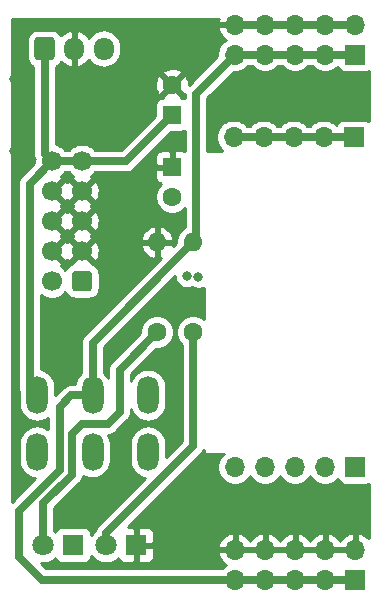
<source format=gbr>
%TF.GenerationSoftware,KiCad,Pcbnew,5.1.9+dfsg1-1~bpo10+1*%
%TF.CreationDate,2022-02-19T16:25:08+08:00*%
%TF.ProjectId,euro2breadboard,6575726f-3262-4726-9561-64626f617264,rev?*%
%TF.SameCoordinates,Original*%
%TF.FileFunction,Copper,L1,Top*%
%TF.FilePolarity,Positive*%
%FSLAX46Y46*%
G04 Gerber Fmt 4.6, Leading zero omitted, Abs format (unit mm)*
G04 Created by KiCad (PCBNEW 5.1.9+dfsg1-1~bpo10+1) date 2022-02-19 16:25:08*
%MOMM*%
%LPD*%
G01*
G04 APERTURE LIST*
%TA.AperFunction,ComponentPad*%
%ADD10C,1.600000*%
%TD*%
%TA.AperFunction,ComponentPad*%
%ADD11R,1.600000X1.600000*%
%TD*%
%TA.AperFunction,ComponentPad*%
%ADD12C,1.700000*%
%TD*%
%TA.AperFunction,ComponentPad*%
%ADD13R,1.700000X1.700000*%
%TD*%
%TA.AperFunction,ComponentPad*%
%ADD14O,1.700000X1.700000*%
%TD*%
%TA.AperFunction,ComponentPad*%
%ADD15O,1.700000X1.950000*%
%TD*%
%TA.AperFunction,ComponentPad*%
%ADD16C,1.800000*%
%TD*%
%TA.AperFunction,ComponentPad*%
%ADD17R,1.800000X1.800000*%
%TD*%
%TA.AperFunction,ComponentPad*%
%ADD18O,1.600000X1.600000*%
%TD*%
%TA.AperFunction,ComponentPad*%
%ADD19O,1.800000X3.200000*%
%TD*%
%TA.AperFunction,ViaPad*%
%ADD20C,0.800000*%
%TD*%
%TA.AperFunction,Conductor*%
%ADD21C,0.650000*%
%TD*%
%TA.AperFunction,Conductor*%
%ADD22C,0.254000*%
%TD*%
%TA.AperFunction,Conductor*%
%ADD23C,0.100000*%
%TD*%
G04 APERTURE END LIST*
D10*
%TO.P,C1,2*%
%TO.N,GND*%
X82931000Y-46395000D03*
D11*
%TO.P,C1,1*%
%TO.N,+12V*%
X82931000Y-48895000D03*
%TD*%
%TO.P,C2,1*%
%TO.N,GND*%
X82931000Y-53340000D03*
D10*
%TO.P,C2,2*%
%TO.N,-12V*%
X82931000Y-55840000D03*
%TD*%
%TO.P,J2,1*%
%TO.N,-12V*%
%TA.AperFunction,ComponentPad*%
G36*
G01*
X76161000Y-62392000D02*
X76161000Y-63592000D01*
G75*
G02*
X75911000Y-63842000I-250000J0D01*
G01*
X74711000Y-63842000D01*
G75*
G02*
X74461000Y-63592000I0J250000D01*
G01*
X74461000Y-62392000D01*
G75*
G02*
X74711000Y-62142000I250000J0D01*
G01*
X75911000Y-62142000D01*
G75*
G02*
X76161000Y-62392000I0J-250000D01*
G01*
G37*
%TD.AperFunction*%
D12*
%TO.P,J2,3*%
%TO.N,GND*%
X75311000Y-60452000D03*
%TO.P,J2,5*%
X75311000Y-57912000D03*
%TO.P,J2,7*%
X75311000Y-55372000D03*
%TO.P,J2,9*%
%TO.N,+12V*%
X75311000Y-52832000D03*
%TO.P,J2,2*%
%TO.N,-12V*%
X72771000Y-62992000D03*
%TO.P,J2,4*%
%TO.N,GND*%
X72771000Y-60452000D03*
%TO.P,J2,6*%
X72771000Y-57912000D03*
%TO.P,J2,8*%
X72771000Y-55372000D03*
%TO.P,J2,10*%
%TO.N,+12V*%
X72771000Y-52832000D03*
%TD*%
D13*
%TO.P,BB_POWER_PINS1,1*%
%TO.N,Net-(BB_POWER_PINS1-Pad1)*%
X98425000Y-88265000D03*
D14*
%TO.P,BB_POWER_PINS1,2*%
%TO.N,GND*%
X98425000Y-85725000D03*
%TO.P,BB_POWER_PINS1,3*%
%TO.N,Net-(BB_POWER_PINS1-Pad1)*%
X95885000Y-88265000D03*
%TO.P,BB_POWER_PINS1,4*%
%TO.N,GND*%
X95885000Y-85725000D03*
%TO.P,BB_POWER_PINS1,5*%
%TO.N,Net-(BB_POWER_PINS1-Pad1)*%
X93345000Y-88265000D03*
%TO.P,BB_POWER_PINS1,6*%
%TO.N,GND*%
X93345000Y-85725000D03*
%TO.P,BB_POWER_PINS1,7*%
%TO.N,Net-(BB_POWER_PINS1-Pad1)*%
X90805000Y-88265000D03*
%TO.P,BB_POWER_PINS1,8*%
%TO.N,GND*%
X90805000Y-85725000D03*
%TO.P,BB_POWER_PINS1,9*%
%TO.N,Net-(BB_POWER_PINS1-Pad1)*%
X88265000Y-88265000D03*
%TO.P,BB_POWER_PINS1,10*%
%TO.N,GND*%
X88265000Y-85725000D03*
%TD*%
%TO.P,BB_POWER_PINS2,10*%
%TO.N,GND*%
X88265000Y-41275000D03*
%TO.P,BB_POWER_PINS2,9*%
%TO.N,Net-(BB_POWER_PINS1-Pad1)*%
X88265000Y-43815000D03*
%TO.P,BB_POWER_PINS2,8*%
%TO.N,GND*%
X90805000Y-41275000D03*
%TO.P,BB_POWER_PINS2,7*%
%TO.N,Net-(BB_POWER_PINS1-Pad1)*%
X90805000Y-43815000D03*
%TO.P,BB_POWER_PINS2,6*%
%TO.N,GND*%
X93345000Y-41275000D03*
%TO.P,BB_POWER_PINS2,5*%
%TO.N,Net-(BB_POWER_PINS1-Pad1)*%
X93345000Y-43815000D03*
%TO.P,BB_POWER_PINS2,4*%
%TO.N,GND*%
X95885000Y-41275000D03*
%TO.P,BB_POWER_PINS2,3*%
%TO.N,Net-(BB_POWER_PINS1-Pad1)*%
X95885000Y-43815000D03*
%TO.P,BB_POWER_PINS2,2*%
%TO.N,GND*%
X98425000Y-41275000D03*
D13*
%TO.P,BB_POWER_PINS2,1*%
%TO.N,Net-(BB_POWER_PINS1-Pad1)*%
X98425000Y-43815000D03*
%TD*%
%TO.P,J1,1*%
%TO.N,+12V*%
%TA.AperFunction,ComponentPad*%
G36*
G01*
X71286000Y-44032000D02*
X71286000Y-42582000D01*
G75*
G02*
X71536000Y-42332000I250000J0D01*
G01*
X72736000Y-42332000D01*
G75*
G02*
X72986000Y-42582000I0J-250000D01*
G01*
X72986000Y-44032000D01*
G75*
G02*
X72736000Y-44282000I-250000J0D01*
G01*
X71536000Y-44282000D01*
G75*
G02*
X71286000Y-44032000I0J250000D01*
G01*
G37*
%TD.AperFunction*%
D15*
%TO.P,J1,2*%
%TO.N,GND*%
X74636000Y-43307000D03*
%TO.P,J1,3*%
%TO.N,-12V*%
X77136000Y-43307000D03*
%TD*%
D13*
%TO.P,NEG_12V_PINS1,1*%
%TO.N,Net-(NEG_12V_LED1-Pad1)*%
X98298000Y-50800000D03*
D14*
%TO.P,NEG_12V_PINS1,2*%
X95758000Y-50800000D03*
%TO.P,NEG_12V_PINS1,3*%
X93218000Y-50800000D03*
%TO.P,NEG_12V_PINS1,4*%
X90678000Y-50800000D03*
%TO.P,NEG_12V_PINS1,5*%
X88138000Y-50800000D03*
%TD*%
%TO.P,NEG_12V_PINS2,5*%
%TO.N,Net-(NEG_12V_LED1-Pad1)*%
X88265000Y-78740000D03*
%TO.P,NEG_12V_PINS2,4*%
X90805000Y-78740000D03*
%TO.P,NEG_12V_PINS2,3*%
X93345000Y-78740000D03*
%TO.P,NEG_12V_PINS2,2*%
X95885000Y-78740000D03*
D13*
%TO.P,NEG_12V_PINS2,1*%
X98425000Y-78740000D03*
%TD*%
D16*
%TO.P,-12V,2*%
%TO.N,Net-(NEG_12V_LED1-Pad2)*%
X72009000Y-85344000D03*
D17*
%TO.P,-12V,1*%
%TO.N,Net-(NEG_12V_LED1-Pad1)*%
X74549000Y-85344000D03*
%TD*%
%TO.P,+12V,1*%
%TO.N,GND*%
X79883000Y-85344000D03*
D16*
%TO.P,+12V,2*%
%TO.N,Net-(POS_12V_LED1-Pad2)*%
X77343000Y-85344000D03*
%TD*%
D18*
%TO.P,R1,2*%
%TO.N,Net-(BB_POWER_PINS1-Pad1)*%
X84709000Y-59690000D03*
D10*
%TO.P,R1,1*%
%TO.N,Net-(POS_12V_LED1-Pad2)*%
X84709000Y-67310000D03*
%TD*%
%TO.P,R2,1*%
%TO.N,Net-(NEG_12V_LED1-Pad2)*%
X81661000Y-67310000D03*
D18*
%TO.P,R2,2*%
%TO.N,GND*%
X81661000Y-59690000D03*
%TD*%
D19*
%TO.P,SW1,2*%
%TO.N,Net-(BB_POWER_PINS1-Pad1)*%
X76200000Y-72657000D03*
%TO.P,SW1,1*%
%TO.N,N/C*%
X80900000Y-72657000D03*
%TO.P,SW1,3*%
%TO.N,+12V*%
X71500000Y-72657000D03*
%TO.P,SW1,5*%
%TO.N,Net-(NEG_12V_LED1-Pad1)*%
X76200000Y-77457000D03*
%TO.P,SW1,4*%
%TO.N,N/C*%
X80900000Y-77457000D03*
%TO.P,SW1,6*%
%TO.N,-12V*%
X71500000Y-77457000D03*
%TD*%
D20*
%TO.N,*%
X85153500Y-62611000D03*
X84201000Y-62547500D03*
%TO.N,GND*%
X90170000Y-81026000D03*
X88646000Y-82296000D03*
X93599000Y-82296000D03*
X94615000Y-81915000D03*
X97155000Y-81407000D03*
X98806000Y-82423000D03*
X78613000Y-54864000D03*
X88392000Y-46482000D03*
X88138000Y-48006000D03*
X91694000Y-47117000D03*
X93218000Y-48133000D03*
X97028000Y-47244000D03*
X98425000Y-48514000D03*
X83820000Y-86296500D03*
X75247500Y-65087500D03*
X75311000Y-66611500D03*
X77978000Y-62928500D03*
X78041500Y-63817500D03*
X80264000Y-61912500D03*
X81343500Y-65024000D03*
X79565500Y-67183000D03*
X78803500Y-75755500D03*
X78359000Y-77089000D03*
X69977000Y-80073500D03*
X85217000Y-81978500D03*
X82804000Y-82677000D03*
X84201000Y-83439000D03*
X82232500Y-84899500D03*
X81851500Y-87058500D03*
X75628500Y-45593000D03*
X74422000Y-46037500D03*
X75311000Y-48006000D03*
X74231500Y-49085500D03*
X76073000Y-50927000D03*
X73660000Y-50482500D03*
X69532500Y-45910500D03*
X70548500Y-46672500D03*
X70421500Y-50101500D03*
X69532500Y-51943000D03*
X81216500Y-41338500D03*
X81216500Y-42418000D03*
X84391500Y-41529000D03*
X83375500Y-43243500D03*
X85725000Y-43434000D03*
X78105000Y-56324500D03*
X78359000Y-57912000D03*
X79248000Y-48958500D03*
%TD*%
D21*
%TO.N,GND*%
X88265000Y-41275000D02*
X98425000Y-41275000D01*
%TO.N,+12V*%
X72771000Y-52832000D02*
X75311000Y-52832000D01*
X78994000Y-52832000D02*
X82931000Y-48895000D01*
X75311000Y-52832000D02*
X78994000Y-52832000D01*
X72136000Y-52197000D02*
X72771000Y-52832000D01*
X72136000Y-43307000D02*
X72136000Y-52197000D01*
X70866000Y-54737000D02*
X72771000Y-52832000D01*
X71500000Y-72657000D02*
X70866000Y-72023000D01*
X70866000Y-72023000D02*
X70866000Y-54737000D01*
%TO.N,Net-(BB_POWER_PINS1-Pad1)*%
X98425000Y-43815000D02*
X88265000Y-43815000D01*
X84963000Y-59436000D02*
X84709000Y-59690000D01*
X88265000Y-43815000D02*
X84963000Y-47117000D01*
X84963000Y-47117000D02*
X84963000Y-59436000D01*
X76200000Y-68199000D02*
X84709000Y-59690000D01*
X76200000Y-72657000D02*
X76200000Y-68199000D01*
X88265000Y-88265000D02*
X98425000Y-88265000D01*
X84935002Y-88265000D02*
X88265000Y-88265000D01*
X71882000Y-88265000D02*
X84935002Y-88265000D01*
X74409000Y-72657000D02*
X73406000Y-73660000D01*
X76200000Y-72657000D02*
X74409000Y-72657000D01*
X69977000Y-82423000D02*
X69977000Y-86360000D01*
X73406000Y-73660000D02*
X73406000Y-78994000D01*
X73406000Y-78994000D02*
X69977000Y-82423000D01*
X69977000Y-86360000D02*
X71882000Y-88265000D01*
%TO.N,Net-(NEG_12V_LED1-Pad2)*%
X78486000Y-70485000D02*
X81661000Y-67310000D01*
X78486000Y-74041000D02*
X78486000Y-70485000D01*
X75311000Y-75057000D02*
X77470000Y-75057000D01*
X72009000Y-81788000D02*
X74422000Y-79375000D01*
X72009000Y-85344000D02*
X72009000Y-81788000D01*
X74422000Y-75946000D02*
X75311000Y-75057000D01*
X74422000Y-79375000D02*
X74422000Y-75946000D01*
X77470000Y-75057000D02*
X78486000Y-74041000D01*
%TO.N,Net-(NEG_12V_LED1-Pad1)*%
X88138000Y-50800000D02*
X98298000Y-50800000D01*
%TO.N,Net-(POS_12V_LED1-Pad2)*%
X77343000Y-84328000D02*
X77343000Y-85344000D01*
X84709000Y-67310000D02*
X84709000Y-76962000D01*
X84709000Y-76962000D02*
X77343000Y-84328000D01*
%TD*%
D22*
%TO.N,GND*%
X85598000Y-77470000D02*
X85600440Y-77494776D01*
X85607667Y-77518601D01*
X85619403Y-77540557D01*
X85635197Y-77559803D01*
X85654443Y-77575597D01*
X85676399Y-77587333D01*
X85700224Y-77594560D01*
X85725000Y-77597000D01*
X87307893Y-77597000D01*
X87111525Y-77793368D01*
X86949010Y-78036589D01*
X86837068Y-78306842D01*
X86780000Y-78593740D01*
X86780000Y-78886260D01*
X86837068Y-79173158D01*
X86949010Y-79443411D01*
X87111525Y-79686632D01*
X87318368Y-79893475D01*
X87561589Y-80055990D01*
X87831842Y-80167932D01*
X88118740Y-80225000D01*
X88411260Y-80225000D01*
X88698158Y-80167932D01*
X88968411Y-80055990D01*
X89211632Y-79893475D01*
X89418475Y-79686632D01*
X89535000Y-79512240D01*
X89651525Y-79686632D01*
X89858368Y-79893475D01*
X90101589Y-80055990D01*
X90371842Y-80167932D01*
X90658740Y-80225000D01*
X90951260Y-80225000D01*
X91238158Y-80167932D01*
X91508411Y-80055990D01*
X91751632Y-79893475D01*
X91958475Y-79686632D01*
X92075000Y-79512240D01*
X92191525Y-79686632D01*
X92398368Y-79893475D01*
X92641589Y-80055990D01*
X92911842Y-80167932D01*
X93198740Y-80225000D01*
X93491260Y-80225000D01*
X93778158Y-80167932D01*
X94048411Y-80055990D01*
X94291632Y-79893475D01*
X94498475Y-79686632D01*
X94615000Y-79512240D01*
X94731525Y-79686632D01*
X94938368Y-79893475D01*
X95181589Y-80055990D01*
X95451842Y-80167932D01*
X95738740Y-80225000D01*
X96031260Y-80225000D01*
X96318158Y-80167932D01*
X96588411Y-80055990D01*
X96831632Y-79893475D01*
X96963487Y-79761620D01*
X96985498Y-79834180D01*
X97044463Y-79944494D01*
X97123815Y-80041185D01*
X97220506Y-80120537D01*
X97330820Y-80179502D01*
X97450518Y-80215812D01*
X97575000Y-80228072D01*
X99275000Y-80228072D01*
X99399482Y-80215812D01*
X99519180Y-80179502D01*
X99568000Y-80153407D01*
X99568000Y-84785758D01*
X99425269Y-84627412D01*
X99191920Y-84453359D01*
X98929099Y-84328175D01*
X98781890Y-84283524D01*
X98552000Y-84404845D01*
X98552000Y-85598000D01*
X98572000Y-85598000D01*
X98572000Y-85852000D01*
X98552000Y-85852000D01*
X98552000Y-85872000D01*
X98298000Y-85872000D01*
X98298000Y-85852000D01*
X96012000Y-85852000D01*
X96012000Y-85872000D01*
X95758000Y-85872000D01*
X95758000Y-85852000D01*
X93472000Y-85852000D01*
X93472000Y-85872000D01*
X93218000Y-85872000D01*
X93218000Y-85852000D01*
X90932000Y-85852000D01*
X90932000Y-85872000D01*
X90678000Y-85872000D01*
X90678000Y-85852000D01*
X88392000Y-85852000D01*
X88392000Y-85872000D01*
X88138000Y-85872000D01*
X88138000Y-85852000D01*
X86944186Y-85852000D01*
X86823519Y-86081891D01*
X86920843Y-86356252D01*
X87069822Y-86606355D01*
X87264731Y-86822588D01*
X87494406Y-86993900D01*
X87318368Y-87111525D01*
X87124893Y-87305000D01*
X72279645Y-87305000D01*
X71852609Y-86877964D01*
X71857816Y-86879000D01*
X72160184Y-86879000D01*
X72456743Y-86820011D01*
X72736095Y-86704299D01*
X72987505Y-86536312D01*
X73053944Y-86469873D01*
X73059498Y-86488180D01*
X73118463Y-86598494D01*
X73197815Y-86695185D01*
X73294506Y-86774537D01*
X73404820Y-86833502D01*
X73524518Y-86869812D01*
X73649000Y-86882072D01*
X75449000Y-86882072D01*
X75573482Y-86869812D01*
X75693180Y-86833502D01*
X75803494Y-86774537D01*
X75900185Y-86695185D01*
X75979537Y-86598494D01*
X76038502Y-86488180D01*
X76074812Y-86368482D01*
X76087072Y-86244000D01*
X76087072Y-86227297D01*
X76150688Y-86322505D01*
X76364495Y-86536312D01*
X76615905Y-86704299D01*
X76895257Y-86820011D01*
X77191816Y-86879000D01*
X77494184Y-86879000D01*
X77790743Y-86820011D01*
X78070095Y-86704299D01*
X78321505Y-86536312D01*
X78387944Y-86469873D01*
X78393498Y-86488180D01*
X78452463Y-86598494D01*
X78531815Y-86695185D01*
X78628506Y-86774537D01*
X78738820Y-86833502D01*
X78858518Y-86869812D01*
X78983000Y-86882072D01*
X79597250Y-86879000D01*
X79756000Y-86720250D01*
X79756000Y-85471000D01*
X80010000Y-85471000D01*
X80010000Y-86720250D01*
X80168750Y-86879000D01*
X80783000Y-86882072D01*
X80907482Y-86869812D01*
X81027180Y-86833502D01*
X81137494Y-86774537D01*
X81234185Y-86695185D01*
X81313537Y-86598494D01*
X81372502Y-86488180D01*
X81408812Y-86368482D01*
X81421072Y-86244000D01*
X81418000Y-85629750D01*
X81259250Y-85471000D01*
X80010000Y-85471000D01*
X79756000Y-85471000D01*
X79736000Y-85471000D01*
X79736000Y-85368109D01*
X86823519Y-85368109D01*
X86944186Y-85598000D01*
X88138000Y-85598000D01*
X88138000Y-84404845D01*
X88392000Y-84404845D01*
X88392000Y-85598000D01*
X90678000Y-85598000D01*
X90678000Y-84404845D01*
X90932000Y-84404845D01*
X90932000Y-85598000D01*
X93218000Y-85598000D01*
X93218000Y-84404845D01*
X93472000Y-84404845D01*
X93472000Y-85598000D01*
X95758000Y-85598000D01*
X95758000Y-84404845D01*
X96012000Y-84404845D01*
X96012000Y-85598000D01*
X98298000Y-85598000D01*
X98298000Y-84404845D01*
X98068110Y-84283524D01*
X97920901Y-84328175D01*
X97658080Y-84453359D01*
X97424731Y-84627412D01*
X97229822Y-84843645D01*
X97155000Y-84969255D01*
X97080178Y-84843645D01*
X96885269Y-84627412D01*
X96651920Y-84453359D01*
X96389099Y-84328175D01*
X96241890Y-84283524D01*
X96012000Y-84404845D01*
X95758000Y-84404845D01*
X95528110Y-84283524D01*
X95380901Y-84328175D01*
X95118080Y-84453359D01*
X94884731Y-84627412D01*
X94689822Y-84843645D01*
X94615000Y-84969255D01*
X94540178Y-84843645D01*
X94345269Y-84627412D01*
X94111920Y-84453359D01*
X93849099Y-84328175D01*
X93701890Y-84283524D01*
X93472000Y-84404845D01*
X93218000Y-84404845D01*
X92988110Y-84283524D01*
X92840901Y-84328175D01*
X92578080Y-84453359D01*
X92344731Y-84627412D01*
X92149822Y-84843645D01*
X92075000Y-84969255D01*
X92000178Y-84843645D01*
X91805269Y-84627412D01*
X91571920Y-84453359D01*
X91309099Y-84328175D01*
X91161890Y-84283524D01*
X90932000Y-84404845D01*
X90678000Y-84404845D01*
X90448110Y-84283524D01*
X90300901Y-84328175D01*
X90038080Y-84453359D01*
X89804731Y-84627412D01*
X89609822Y-84843645D01*
X89535000Y-84969255D01*
X89460178Y-84843645D01*
X89265269Y-84627412D01*
X89031920Y-84453359D01*
X88769099Y-84328175D01*
X88621890Y-84283524D01*
X88392000Y-84404845D01*
X88138000Y-84404845D01*
X87908110Y-84283524D01*
X87760901Y-84328175D01*
X87498080Y-84453359D01*
X87264731Y-84627412D01*
X87069822Y-84843645D01*
X86920843Y-85093748D01*
X86823519Y-85368109D01*
X79736000Y-85368109D01*
X79736000Y-85217000D01*
X79756000Y-85217000D01*
X79756000Y-83967750D01*
X80010000Y-83967750D01*
X80010000Y-85217000D01*
X81259250Y-85217000D01*
X81418000Y-85058250D01*
X81421072Y-84444000D01*
X81408812Y-84319518D01*
X81372502Y-84199820D01*
X81313537Y-84089506D01*
X81234185Y-83992815D01*
X81137494Y-83913463D01*
X81027180Y-83854498D01*
X80907482Y-83818188D01*
X80783000Y-83805928D01*
X80168750Y-83809000D01*
X80010000Y-83967750D01*
X79756000Y-83967750D01*
X79597250Y-83809000D01*
X79221523Y-83807121D01*
X85354480Y-77674166D01*
X85391107Y-77644107D01*
X85421166Y-77607480D01*
X85421171Y-77607475D01*
X85511073Y-77497929D01*
X85598000Y-77335300D01*
X85598000Y-77470000D01*
%TA.AperFunction,Conductor*%
D23*
G36*
X85598000Y-77470000D02*
G01*
X85600440Y-77494776D01*
X85607667Y-77518601D01*
X85619403Y-77540557D01*
X85635197Y-77559803D01*
X85654443Y-77575597D01*
X85676399Y-77587333D01*
X85700224Y-77594560D01*
X85725000Y-77597000D01*
X87307893Y-77597000D01*
X87111525Y-77793368D01*
X86949010Y-78036589D01*
X86837068Y-78306842D01*
X86780000Y-78593740D01*
X86780000Y-78886260D01*
X86837068Y-79173158D01*
X86949010Y-79443411D01*
X87111525Y-79686632D01*
X87318368Y-79893475D01*
X87561589Y-80055990D01*
X87831842Y-80167932D01*
X88118740Y-80225000D01*
X88411260Y-80225000D01*
X88698158Y-80167932D01*
X88968411Y-80055990D01*
X89211632Y-79893475D01*
X89418475Y-79686632D01*
X89535000Y-79512240D01*
X89651525Y-79686632D01*
X89858368Y-79893475D01*
X90101589Y-80055990D01*
X90371842Y-80167932D01*
X90658740Y-80225000D01*
X90951260Y-80225000D01*
X91238158Y-80167932D01*
X91508411Y-80055990D01*
X91751632Y-79893475D01*
X91958475Y-79686632D01*
X92075000Y-79512240D01*
X92191525Y-79686632D01*
X92398368Y-79893475D01*
X92641589Y-80055990D01*
X92911842Y-80167932D01*
X93198740Y-80225000D01*
X93491260Y-80225000D01*
X93778158Y-80167932D01*
X94048411Y-80055990D01*
X94291632Y-79893475D01*
X94498475Y-79686632D01*
X94615000Y-79512240D01*
X94731525Y-79686632D01*
X94938368Y-79893475D01*
X95181589Y-80055990D01*
X95451842Y-80167932D01*
X95738740Y-80225000D01*
X96031260Y-80225000D01*
X96318158Y-80167932D01*
X96588411Y-80055990D01*
X96831632Y-79893475D01*
X96963487Y-79761620D01*
X96985498Y-79834180D01*
X97044463Y-79944494D01*
X97123815Y-80041185D01*
X97220506Y-80120537D01*
X97330820Y-80179502D01*
X97450518Y-80215812D01*
X97575000Y-80228072D01*
X99275000Y-80228072D01*
X99399482Y-80215812D01*
X99519180Y-80179502D01*
X99568000Y-80153407D01*
X99568000Y-84785758D01*
X99425269Y-84627412D01*
X99191920Y-84453359D01*
X98929099Y-84328175D01*
X98781890Y-84283524D01*
X98552000Y-84404845D01*
X98552000Y-85598000D01*
X98572000Y-85598000D01*
X98572000Y-85852000D01*
X98552000Y-85852000D01*
X98552000Y-85872000D01*
X98298000Y-85872000D01*
X98298000Y-85852000D01*
X96012000Y-85852000D01*
X96012000Y-85872000D01*
X95758000Y-85872000D01*
X95758000Y-85852000D01*
X93472000Y-85852000D01*
X93472000Y-85872000D01*
X93218000Y-85872000D01*
X93218000Y-85852000D01*
X90932000Y-85852000D01*
X90932000Y-85872000D01*
X90678000Y-85872000D01*
X90678000Y-85852000D01*
X88392000Y-85852000D01*
X88392000Y-85872000D01*
X88138000Y-85872000D01*
X88138000Y-85852000D01*
X86944186Y-85852000D01*
X86823519Y-86081891D01*
X86920843Y-86356252D01*
X87069822Y-86606355D01*
X87264731Y-86822588D01*
X87494406Y-86993900D01*
X87318368Y-87111525D01*
X87124893Y-87305000D01*
X72279645Y-87305000D01*
X71852609Y-86877964D01*
X71857816Y-86879000D01*
X72160184Y-86879000D01*
X72456743Y-86820011D01*
X72736095Y-86704299D01*
X72987505Y-86536312D01*
X73053944Y-86469873D01*
X73059498Y-86488180D01*
X73118463Y-86598494D01*
X73197815Y-86695185D01*
X73294506Y-86774537D01*
X73404820Y-86833502D01*
X73524518Y-86869812D01*
X73649000Y-86882072D01*
X75449000Y-86882072D01*
X75573482Y-86869812D01*
X75693180Y-86833502D01*
X75803494Y-86774537D01*
X75900185Y-86695185D01*
X75979537Y-86598494D01*
X76038502Y-86488180D01*
X76074812Y-86368482D01*
X76087072Y-86244000D01*
X76087072Y-86227297D01*
X76150688Y-86322505D01*
X76364495Y-86536312D01*
X76615905Y-86704299D01*
X76895257Y-86820011D01*
X77191816Y-86879000D01*
X77494184Y-86879000D01*
X77790743Y-86820011D01*
X78070095Y-86704299D01*
X78321505Y-86536312D01*
X78387944Y-86469873D01*
X78393498Y-86488180D01*
X78452463Y-86598494D01*
X78531815Y-86695185D01*
X78628506Y-86774537D01*
X78738820Y-86833502D01*
X78858518Y-86869812D01*
X78983000Y-86882072D01*
X79597250Y-86879000D01*
X79756000Y-86720250D01*
X79756000Y-85471000D01*
X80010000Y-85471000D01*
X80010000Y-86720250D01*
X80168750Y-86879000D01*
X80783000Y-86882072D01*
X80907482Y-86869812D01*
X81027180Y-86833502D01*
X81137494Y-86774537D01*
X81234185Y-86695185D01*
X81313537Y-86598494D01*
X81372502Y-86488180D01*
X81408812Y-86368482D01*
X81421072Y-86244000D01*
X81418000Y-85629750D01*
X81259250Y-85471000D01*
X80010000Y-85471000D01*
X79756000Y-85471000D01*
X79736000Y-85471000D01*
X79736000Y-85368109D01*
X86823519Y-85368109D01*
X86944186Y-85598000D01*
X88138000Y-85598000D01*
X88138000Y-84404845D01*
X88392000Y-84404845D01*
X88392000Y-85598000D01*
X90678000Y-85598000D01*
X90678000Y-84404845D01*
X90932000Y-84404845D01*
X90932000Y-85598000D01*
X93218000Y-85598000D01*
X93218000Y-84404845D01*
X93472000Y-84404845D01*
X93472000Y-85598000D01*
X95758000Y-85598000D01*
X95758000Y-84404845D01*
X96012000Y-84404845D01*
X96012000Y-85598000D01*
X98298000Y-85598000D01*
X98298000Y-84404845D01*
X98068110Y-84283524D01*
X97920901Y-84328175D01*
X97658080Y-84453359D01*
X97424731Y-84627412D01*
X97229822Y-84843645D01*
X97155000Y-84969255D01*
X97080178Y-84843645D01*
X96885269Y-84627412D01*
X96651920Y-84453359D01*
X96389099Y-84328175D01*
X96241890Y-84283524D01*
X96012000Y-84404845D01*
X95758000Y-84404845D01*
X95528110Y-84283524D01*
X95380901Y-84328175D01*
X95118080Y-84453359D01*
X94884731Y-84627412D01*
X94689822Y-84843645D01*
X94615000Y-84969255D01*
X94540178Y-84843645D01*
X94345269Y-84627412D01*
X94111920Y-84453359D01*
X93849099Y-84328175D01*
X93701890Y-84283524D01*
X93472000Y-84404845D01*
X93218000Y-84404845D01*
X92988110Y-84283524D01*
X92840901Y-84328175D01*
X92578080Y-84453359D01*
X92344731Y-84627412D01*
X92149822Y-84843645D01*
X92075000Y-84969255D01*
X92000178Y-84843645D01*
X91805269Y-84627412D01*
X91571920Y-84453359D01*
X91309099Y-84328175D01*
X91161890Y-84283524D01*
X90932000Y-84404845D01*
X90678000Y-84404845D01*
X90448110Y-84283524D01*
X90300901Y-84328175D01*
X90038080Y-84453359D01*
X89804731Y-84627412D01*
X89609822Y-84843645D01*
X89535000Y-84969255D01*
X89460178Y-84843645D01*
X89265269Y-84627412D01*
X89031920Y-84453359D01*
X88769099Y-84328175D01*
X88621890Y-84283524D01*
X88392000Y-84404845D01*
X88138000Y-84404845D01*
X87908110Y-84283524D01*
X87760901Y-84328175D01*
X87498080Y-84453359D01*
X87264731Y-84627412D01*
X87069822Y-84843645D01*
X86920843Y-85093748D01*
X86823519Y-85368109D01*
X79736000Y-85368109D01*
X79736000Y-85217000D01*
X79756000Y-85217000D01*
X79756000Y-83967750D01*
X80010000Y-83967750D01*
X80010000Y-85217000D01*
X81259250Y-85217000D01*
X81418000Y-85058250D01*
X81421072Y-84444000D01*
X81408812Y-84319518D01*
X81372502Y-84199820D01*
X81313537Y-84089506D01*
X81234185Y-83992815D01*
X81137494Y-83913463D01*
X81027180Y-83854498D01*
X80907482Y-83818188D01*
X80783000Y-83805928D01*
X80168750Y-83809000D01*
X80010000Y-83967750D01*
X79756000Y-83967750D01*
X79597250Y-83809000D01*
X79221523Y-83807121D01*
X85354480Y-77674166D01*
X85391107Y-77644107D01*
X85421166Y-77607480D01*
X85421171Y-77607475D01*
X85511073Y-77497929D01*
X85598000Y-77335300D01*
X85598000Y-77470000D01*
G37*
%TD.AperFunction*%
D22*
X83166000Y-62649439D02*
X83205774Y-62849398D01*
X83283795Y-63037756D01*
X83397063Y-63207274D01*
X83541226Y-63351437D01*
X83710744Y-63464705D01*
X83899102Y-63542726D01*
X84099061Y-63582500D01*
X84302939Y-63582500D01*
X84502898Y-63542726D01*
X84615298Y-63496168D01*
X84663244Y-63528205D01*
X84851602Y-63606226D01*
X85051561Y-63646000D01*
X85255439Y-63646000D01*
X85455398Y-63606226D01*
X85598000Y-63547158D01*
X85598000Y-66178151D01*
X85388727Y-66038320D01*
X85127574Y-65930147D01*
X84850335Y-65875000D01*
X84567665Y-65875000D01*
X84290426Y-65930147D01*
X84029273Y-66038320D01*
X83794241Y-66195363D01*
X83594363Y-66395241D01*
X83437320Y-66630273D01*
X83329147Y-66891426D01*
X83274000Y-67168665D01*
X83274000Y-67451335D01*
X83329147Y-67728574D01*
X83437320Y-67989727D01*
X83594363Y-68224759D01*
X83749000Y-68379396D01*
X83749001Y-76564353D01*
X82435000Y-77878354D01*
X82435000Y-76681592D01*
X82412790Y-76456087D01*
X82325017Y-76166739D01*
X82182481Y-75900073D01*
X81990661Y-75666339D01*
X81756927Y-75474519D01*
X81490261Y-75331983D01*
X81200913Y-75244210D01*
X80900000Y-75214573D01*
X80599088Y-75244210D01*
X80309740Y-75331983D01*
X80043074Y-75474519D01*
X79809340Y-75666339D01*
X79617520Y-75900073D01*
X79474984Y-76166739D01*
X79387210Y-76456087D01*
X79365000Y-76681592D01*
X79365000Y-78232407D01*
X79387210Y-78457912D01*
X79474983Y-78747260D01*
X79617519Y-79013926D01*
X79809339Y-79247661D01*
X80043073Y-79439481D01*
X80309739Y-79582017D01*
X80599087Y-79669790D01*
X80639577Y-79673778D01*
X76697531Y-83615825D01*
X76660893Y-83645893D01*
X76540927Y-83792072D01*
X76451784Y-83958847D01*
X76400605Y-84127560D01*
X76364495Y-84151688D01*
X76150688Y-84365495D01*
X76087072Y-84460703D01*
X76087072Y-84444000D01*
X76074812Y-84319518D01*
X76038502Y-84199820D01*
X75979537Y-84089506D01*
X75900185Y-83992815D01*
X75803494Y-83913463D01*
X75693180Y-83854498D01*
X75573482Y-83818188D01*
X75449000Y-83805928D01*
X73649000Y-83805928D01*
X73524518Y-83818188D01*
X73404820Y-83854498D01*
X73294506Y-83913463D01*
X73197815Y-83992815D01*
X73118463Y-84089506D01*
X73059498Y-84199820D01*
X73053944Y-84218127D01*
X72987505Y-84151688D01*
X72969000Y-84139323D01*
X72969000Y-82185644D01*
X75067474Y-80087171D01*
X75104107Y-80057107D01*
X75184913Y-79958645D01*
X75224073Y-79910929D01*
X75265096Y-79834180D01*
X75313216Y-79744154D01*
X75368110Y-79563193D01*
X75378433Y-79458381D01*
X75609739Y-79582017D01*
X75899087Y-79669790D01*
X76200000Y-79699427D01*
X76500912Y-79669790D01*
X76790260Y-79582017D01*
X77056926Y-79439481D01*
X77290661Y-79247661D01*
X77482481Y-79013927D01*
X77625017Y-78747261D01*
X77712790Y-78457913D01*
X77735000Y-78232408D01*
X77735000Y-76681592D01*
X77712790Y-76456087D01*
X77625017Y-76166739D01*
X77543589Y-76014397D01*
X77658193Y-76003110D01*
X77839154Y-75948216D01*
X78005928Y-75859073D01*
X78152107Y-75739107D01*
X78182175Y-75702469D01*
X79131474Y-74753171D01*
X79168107Y-74723107D01*
X79236737Y-74639481D01*
X79288073Y-74576929D01*
X79377216Y-74410154D01*
X79397032Y-74344829D01*
X79432110Y-74229193D01*
X79446000Y-74088162D01*
X79446000Y-74088152D01*
X79450644Y-74041000D01*
X79446000Y-73993848D01*
X79446000Y-73851716D01*
X79474983Y-73947260D01*
X79617519Y-74213926D01*
X79809339Y-74447661D01*
X80043073Y-74639481D01*
X80309739Y-74782017D01*
X80599087Y-74869790D01*
X80900000Y-74899427D01*
X81200912Y-74869790D01*
X81490260Y-74782017D01*
X81756926Y-74639481D01*
X81990661Y-74447661D01*
X82182481Y-74213927D01*
X82325017Y-73947261D01*
X82412790Y-73657913D01*
X82435000Y-73432408D01*
X82435000Y-71881592D01*
X82412790Y-71656087D01*
X82325017Y-71366739D01*
X82182481Y-71100073D01*
X81990661Y-70866339D01*
X81756927Y-70674519D01*
X81490261Y-70531983D01*
X81200913Y-70444210D01*
X80900000Y-70414573D01*
X80599088Y-70444210D01*
X80309740Y-70531983D01*
X80043074Y-70674519D01*
X79809340Y-70866339D01*
X79617520Y-71100073D01*
X79474984Y-71366739D01*
X79446000Y-71462285D01*
X79446000Y-70882644D01*
X81583645Y-68745000D01*
X81802335Y-68745000D01*
X82079574Y-68689853D01*
X82340727Y-68581680D01*
X82575759Y-68424637D01*
X82775637Y-68224759D01*
X82932680Y-67989727D01*
X83040853Y-67728574D01*
X83096000Y-67451335D01*
X83096000Y-67168665D01*
X83040853Y-66891426D01*
X82932680Y-66630273D01*
X82775637Y-66395241D01*
X82575759Y-66195363D01*
X82340727Y-66038320D01*
X82079574Y-65930147D01*
X81802335Y-65875000D01*
X81519665Y-65875000D01*
X81242426Y-65930147D01*
X80981273Y-66038320D01*
X80746241Y-66195363D01*
X80546363Y-66395241D01*
X80389320Y-66630273D01*
X80281147Y-66891426D01*
X80226000Y-67168665D01*
X80226000Y-67387355D01*
X77840526Y-69772830D01*
X77803894Y-69802893D01*
X77773830Y-69839526D01*
X77773829Y-69839527D01*
X77683927Y-69949072D01*
X77594784Y-70115847D01*
X77539891Y-70296808D01*
X77521356Y-70485000D01*
X77526001Y-70532162D01*
X77526001Y-71181493D01*
X77482481Y-71100073D01*
X77290661Y-70866339D01*
X77160000Y-70759109D01*
X77160000Y-68596644D01*
X83166000Y-62590645D01*
X83166000Y-62649439D01*
%TA.AperFunction,Conductor*%
D23*
G36*
X83166000Y-62649439D02*
G01*
X83205774Y-62849398D01*
X83283795Y-63037756D01*
X83397063Y-63207274D01*
X83541226Y-63351437D01*
X83710744Y-63464705D01*
X83899102Y-63542726D01*
X84099061Y-63582500D01*
X84302939Y-63582500D01*
X84502898Y-63542726D01*
X84615298Y-63496168D01*
X84663244Y-63528205D01*
X84851602Y-63606226D01*
X85051561Y-63646000D01*
X85255439Y-63646000D01*
X85455398Y-63606226D01*
X85598000Y-63547158D01*
X85598000Y-66178151D01*
X85388727Y-66038320D01*
X85127574Y-65930147D01*
X84850335Y-65875000D01*
X84567665Y-65875000D01*
X84290426Y-65930147D01*
X84029273Y-66038320D01*
X83794241Y-66195363D01*
X83594363Y-66395241D01*
X83437320Y-66630273D01*
X83329147Y-66891426D01*
X83274000Y-67168665D01*
X83274000Y-67451335D01*
X83329147Y-67728574D01*
X83437320Y-67989727D01*
X83594363Y-68224759D01*
X83749000Y-68379396D01*
X83749001Y-76564353D01*
X82435000Y-77878354D01*
X82435000Y-76681592D01*
X82412790Y-76456087D01*
X82325017Y-76166739D01*
X82182481Y-75900073D01*
X81990661Y-75666339D01*
X81756927Y-75474519D01*
X81490261Y-75331983D01*
X81200913Y-75244210D01*
X80900000Y-75214573D01*
X80599088Y-75244210D01*
X80309740Y-75331983D01*
X80043074Y-75474519D01*
X79809340Y-75666339D01*
X79617520Y-75900073D01*
X79474984Y-76166739D01*
X79387210Y-76456087D01*
X79365000Y-76681592D01*
X79365000Y-78232407D01*
X79387210Y-78457912D01*
X79474983Y-78747260D01*
X79617519Y-79013926D01*
X79809339Y-79247661D01*
X80043073Y-79439481D01*
X80309739Y-79582017D01*
X80599087Y-79669790D01*
X80639577Y-79673778D01*
X76697531Y-83615825D01*
X76660893Y-83645893D01*
X76540927Y-83792072D01*
X76451784Y-83958847D01*
X76400605Y-84127560D01*
X76364495Y-84151688D01*
X76150688Y-84365495D01*
X76087072Y-84460703D01*
X76087072Y-84444000D01*
X76074812Y-84319518D01*
X76038502Y-84199820D01*
X75979537Y-84089506D01*
X75900185Y-83992815D01*
X75803494Y-83913463D01*
X75693180Y-83854498D01*
X75573482Y-83818188D01*
X75449000Y-83805928D01*
X73649000Y-83805928D01*
X73524518Y-83818188D01*
X73404820Y-83854498D01*
X73294506Y-83913463D01*
X73197815Y-83992815D01*
X73118463Y-84089506D01*
X73059498Y-84199820D01*
X73053944Y-84218127D01*
X72987505Y-84151688D01*
X72969000Y-84139323D01*
X72969000Y-82185644D01*
X75067474Y-80087171D01*
X75104107Y-80057107D01*
X75184913Y-79958645D01*
X75224073Y-79910929D01*
X75265096Y-79834180D01*
X75313216Y-79744154D01*
X75368110Y-79563193D01*
X75378433Y-79458381D01*
X75609739Y-79582017D01*
X75899087Y-79669790D01*
X76200000Y-79699427D01*
X76500912Y-79669790D01*
X76790260Y-79582017D01*
X77056926Y-79439481D01*
X77290661Y-79247661D01*
X77482481Y-79013927D01*
X77625017Y-78747261D01*
X77712790Y-78457913D01*
X77735000Y-78232408D01*
X77735000Y-76681592D01*
X77712790Y-76456087D01*
X77625017Y-76166739D01*
X77543589Y-76014397D01*
X77658193Y-76003110D01*
X77839154Y-75948216D01*
X78005928Y-75859073D01*
X78152107Y-75739107D01*
X78182175Y-75702469D01*
X79131474Y-74753171D01*
X79168107Y-74723107D01*
X79236737Y-74639481D01*
X79288073Y-74576929D01*
X79377216Y-74410154D01*
X79397032Y-74344829D01*
X79432110Y-74229193D01*
X79446000Y-74088162D01*
X79446000Y-74088152D01*
X79450644Y-74041000D01*
X79446000Y-73993848D01*
X79446000Y-73851716D01*
X79474983Y-73947260D01*
X79617519Y-74213926D01*
X79809339Y-74447661D01*
X80043073Y-74639481D01*
X80309739Y-74782017D01*
X80599087Y-74869790D01*
X80900000Y-74899427D01*
X81200912Y-74869790D01*
X81490260Y-74782017D01*
X81756926Y-74639481D01*
X81990661Y-74447661D01*
X82182481Y-74213927D01*
X82325017Y-73947261D01*
X82412790Y-73657913D01*
X82435000Y-73432408D01*
X82435000Y-71881592D01*
X82412790Y-71656087D01*
X82325017Y-71366739D01*
X82182481Y-71100073D01*
X81990661Y-70866339D01*
X81756927Y-70674519D01*
X81490261Y-70531983D01*
X81200913Y-70444210D01*
X80900000Y-70414573D01*
X80599088Y-70444210D01*
X80309740Y-70531983D01*
X80043074Y-70674519D01*
X79809340Y-70866339D01*
X79617520Y-71100073D01*
X79474984Y-71366739D01*
X79446000Y-71462285D01*
X79446000Y-70882644D01*
X81583645Y-68745000D01*
X81802335Y-68745000D01*
X82079574Y-68689853D01*
X82340727Y-68581680D01*
X82575759Y-68424637D01*
X82775637Y-68224759D01*
X82932680Y-67989727D01*
X83040853Y-67728574D01*
X83096000Y-67451335D01*
X83096000Y-67168665D01*
X83040853Y-66891426D01*
X82932680Y-66630273D01*
X82775637Y-66395241D01*
X82575759Y-66195363D01*
X82340727Y-66038320D01*
X82079574Y-65930147D01*
X81802335Y-65875000D01*
X81519665Y-65875000D01*
X81242426Y-65930147D01*
X80981273Y-66038320D01*
X80746241Y-66195363D01*
X80546363Y-66395241D01*
X80389320Y-66630273D01*
X80281147Y-66891426D01*
X80226000Y-67168665D01*
X80226000Y-67387355D01*
X77840526Y-69772830D01*
X77803894Y-69802893D01*
X77773830Y-69839526D01*
X77773829Y-69839527D01*
X77683927Y-69949072D01*
X77594784Y-70115847D01*
X77539891Y-70296808D01*
X77521356Y-70485000D01*
X77526001Y-70532162D01*
X77526001Y-71181493D01*
X77482481Y-71100073D01*
X77290661Y-70866339D01*
X77160000Y-70759109D01*
X77160000Y-68596644D01*
X83166000Y-62590645D01*
X83166000Y-62649439D01*
G37*
%TD.AperFunction*%
D22*
X86823519Y-40918109D02*
X86944186Y-41148000D01*
X88138000Y-41148000D01*
X88138000Y-41128000D01*
X88392000Y-41128000D01*
X88392000Y-41148000D01*
X90678000Y-41148000D01*
X90678000Y-41128000D01*
X90932000Y-41128000D01*
X90932000Y-41148000D01*
X93218000Y-41148000D01*
X93218000Y-41128000D01*
X93472000Y-41128000D01*
X93472000Y-41148000D01*
X95758000Y-41148000D01*
X95758000Y-41128000D01*
X96012000Y-41128000D01*
X96012000Y-41148000D01*
X98298000Y-41148000D01*
X98298000Y-41128000D01*
X98552000Y-41128000D01*
X98552000Y-41148000D01*
X98572000Y-41148000D01*
X98572000Y-41402000D01*
X98552000Y-41402000D01*
X98552000Y-41422000D01*
X98298000Y-41422000D01*
X98298000Y-41402000D01*
X96012000Y-41402000D01*
X96012000Y-41422000D01*
X95758000Y-41422000D01*
X95758000Y-41402000D01*
X93472000Y-41402000D01*
X93472000Y-41422000D01*
X93218000Y-41422000D01*
X93218000Y-41402000D01*
X90932000Y-41402000D01*
X90932000Y-41422000D01*
X90678000Y-41422000D01*
X90678000Y-41402000D01*
X88392000Y-41402000D01*
X88392000Y-41422000D01*
X88138000Y-41422000D01*
X88138000Y-41402000D01*
X86944186Y-41402000D01*
X86823519Y-41631891D01*
X86920843Y-41906252D01*
X87069822Y-42156355D01*
X87264731Y-42372588D01*
X87494406Y-42543900D01*
X87318368Y-42661525D01*
X87111525Y-42868368D01*
X86949010Y-43111589D01*
X86837068Y-43381842D01*
X86780000Y-43668740D01*
X86780000Y-43942355D01*
X84369835Y-46352521D01*
X84371217Y-46324488D01*
X84329787Y-46044870D01*
X84234603Y-45778708D01*
X84167671Y-45653486D01*
X83923702Y-45581903D01*
X83110605Y-46395000D01*
X83923702Y-47208097D01*
X84003000Y-47184830D01*
X84003000Y-47520368D01*
X83975180Y-47505498D01*
X83855482Y-47469188D01*
X83731000Y-47456928D01*
X83723785Y-47456928D01*
X83744097Y-47387702D01*
X82931000Y-46574605D01*
X82117903Y-47387702D01*
X82138215Y-47456928D01*
X82131000Y-47456928D01*
X82006518Y-47469188D01*
X81886820Y-47505498D01*
X81776506Y-47564463D01*
X81679815Y-47643815D01*
X81600463Y-47740506D01*
X81541498Y-47850820D01*
X81505188Y-47970518D01*
X81492928Y-48095000D01*
X81492928Y-48975427D01*
X78596356Y-51872000D01*
X76451107Y-51872000D01*
X76257632Y-51678525D01*
X76014411Y-51516010D01*
X75744158Y-51404068D01*
X75457260Y-51347000D01*
X75164740Y-51347000D01*
X74877842Y-51404068D01*
X74607589Y-51516010D01*
X74364368Y-51678525D01*
X74170893Y-51872000D01*
X73911107Y-51872000D01*
X73717632Y-51678525D01*
X73474411Y-51516010D01*
X73204158Y-51404068D01*
X73096000Y-51382554D01*
X73096000Y-46465512D01*
X81490783Y-46465512D01*
X81532213Y-46745130D01*
X81627397Y-47011292D01*
X81694329Y-47136514D01*
X81938298Y-47208097D01*
X82751395Y-46395000D01*
X81938298Y-45581903D01*
X81694329Y-45653486D01*
X81573429Y-45908996D01*
X81504700Y-46183184D01*
X81490783Y-46465512D01*
X73096000Y-46465512D01*
X73096000Y-45402298D01*
X82117903Y-45402298D01*
X82931000Y-46215395D01*
X83744097Y-45402298D01*
X83672514Y-45158329D01*
X83417004Y-45037429D01*
X83142816Y-44968700D01*
X82860488Y-44954783D01*
X82580870Y-44996213D01*
X82314708Y-45091397D01*
X82189486Y-45158329D01*
X82117903Y-45402298D01*
X73096000Y-45402298D01*
X73096000Y-44841702D01*
X73229386Y-44770405D01*
X73363962Y-44659962D01*
X73474405Y-44525386D01*
X73530714Y-44420039D01*
X73546951Y-44441429D01*
X73764807Y-44634496D01*
X74016142Y-44781352D01*
X74279110Y-44873476D01*
X74509000Y-44752155D01*
X74509000Y-43434000D01*
X74489000Y-43434000D01*
X74489000Y-43180000D01*
X74509000Y-43180000D01*
X74509000Y-41861845D01*
X74763000Y-41861845D01*
X74763000Y-43180000D01*
X74783000Y-43180000D01*
X74783000Y-43434000D01*
X74763000Y-43434000D01*
X74763000Y-44752155D01*
X74992890Y-44873476D01*
X75255858Y-44781352D01*
X75507193Y-44634496D01*
X75725049Y-44441429D01*
X75881538Y-44235278D01*
X75895294Y-44261014D01*
X76080866Y-44487134D01*
X76306987Y-44672706D01*
X76564967Y-44810599D01*
X76844890Y-44895513D01*
X77136000Y-44924185D01*
X77427111Y-44895513D01*
X77707034Y-44810599D01*
X77965014Y-44672706D01*
X78191134Y-44487134D01*
X78376706Y-44261014D01*
X78514599Y-44003033D01*
X78599513Y-43723110D01*
X78621000Y-43504949D01*
X78621000Y-43109050D01*
X78599513Y-42890889D01*
X78514599Y-42610966D01*
X78376706Y-42352986D01*
X78191134Y-42126866D01*
X77965013Y-41941294D01*
X77707033Y-41803401D01*
X77427110Y-41718487D01*
X77136000Y-41689815D01*
X76844889Y-41718487D01*
X76564966Y-41803401D01*
X76306986Y-41941294D01*
X76080866Y-42126866D01*
X75895294Y-42352987D01*
X75881538Y-42378722D01*
X75725049Y-42172571D01*
X75507193Y-41979504D01*
X75255858Y-41832648D01*
X74992890Y-41740524D01*
X74763000Y-41861845D01*
X74509000Y-41861845D01*
X74279110Y-41740524D01*
X74016142Y-41832648D01*
X73764807Y-41979504D01*
X73546951Y-42172571D01*
X73530714Y-42193961D01*
X73474405Y-42088614D01*
X73363962Y-41954038D01*
X73229386Y-41843595D01*
X73075850Y-41761528D01*
X72909254Y-41710992D01*
X72736000Y-41693928D01*
X71536000Y-41693928D01*
X71362746Y-41710992D01*
X71196150Y-41761528D01*
X71042614Y-41843595D01*
X70908038Y-41954038D01*
X70797595Y-42088614D01*
X70715528Y-42242150D01*
X70664992Y-42408746D01*
X70647928Y-42582000D01*
X70647928Y-44032000D01*
X70664992Y-44205254D01*
X70715528Y-44371850D01*
X70797595Y-44525386D01*
X70908038Y-44659962D01*
X71042614Y-44770405D01*
X71176000Y-44841702D01*
X71176001Y-52149838D01*
X71171356Y-52197000D01*
X71176001Y-52244162D01*
X71189891Y-52385193D01*
X71199090Y-52415518D01*
X71244784Y-52566153D01*
X71292158Y-52654783D01*
X71286000Y-52685740D01*
X71286000Y-52959355D01*
X70220526Y-54024830D01*
X70183894Y-54054893D01*
X70153830Y-54091526D01*
X70153829Y-54091527D01*
X70063927Y-54201072D01*
X69974784Y-54367847D01*
X69969830Y-54384180D01*
X69927657Y-54523208D01*
X69919891Y-54548808D01*
X69901356Y-54737000D01*
X69906001Y-54784162D01*
X69906000Y-71975848D01*
X69901356Y-72023000D01*
X69906000Y-72070152D01*
X69906000Y-72070161D01*
X69919890Y-72211192D01*
X69965000Y-72359900D01*
X69965000Y-73432407D01*
X69987210Y-73657912D01*
X70074983Y-73947260D01*
X70217519Y-74213926D01*
X70409339Y-74447661D01*
X70643073Y-74639481D01*
X70909739Y-74782017D01*
X71199087Y-74869790D01*
X71500000Y-74899427D01*
X71800912Y-74869790D01*
X72090260Y-74782017D01*
X72356926Y-74639481D01*
X72446000Y-74566380D01*
X72446000Y-75547619D01*
X72356927Y-75474519D01*
X72090261Y-75331983D01*
X71800913Y-75244210D01*
X71500000Y-75214573D01*
X71199088Y-75244210D01*
X70909740Y-75331983D01*
X70643074Y-75474519D01*
X70409340Y-75666339D01*
X70217520Y-75900073D01*
X70074984Y-76166739D01*
X69987210Y-76456087D01*
X69965000Y-76681592D01*
X69965000Y-78232407D01*
X69987210Y-78457912D01*
X70074983Y-78747260D01*
X70217519Y-79013926D01*
X70409339Y-79247661D01*
X70643073Y-79439481D01*
X70909739Y-79582017D01*
X71199087Y-79669790D01*
X71357011Y-79685344D01*
X69342000Y-81700356D01*
X69342000Y-40767000D01*
X86877122Y-40767000D01*
X86823519Y-40918109D01*
%TA.AperFunction,Conductor*%
D23*
G36*
X86823519Y-40918109D02*
G01*
X86944186Y-41148000D01*
X88138000Y-41148000D01*
X88138000Y-41128000D01*
X88392000Y-41128000D01*
X88392000Y-41148000D01*
X90678000Y-41148000D01*
X90678000Y-41128000D01*
X90932000Y-41128000D01*
X90932000Y-41148000D01*
X93218000Y-41148000D01*
X93218000Y-41128000D01*
X93472000Y-41128000D01*
X93472000Y-41148000D01*
X95758000Y-41148000D01*
X95758000Y-41128000D01*
X96012000Y-41128000D01*
X96012000Y-41148000D01*
X98298000Y-41148000D01*
X98298000Y-41128000D01*
X98552000Y-41128000D01*
X98552000Y-41148000D01*
X98572000Y-41148000D01*
X98572000Y-41402000D01*
X98552000Y-41402000D01*
X98552000Y-41422000D01*
X98298000Y-41422000D01*
X98298000Y-41402000D01*
X96012000Y-41402000D01*
X96012000Y-41422000D01*
X95758000Y-41422000D01*
X95758000Y-41402000D01*
X93472000Y-41402000D01*
X93472000Y-41422000D01*
X93218000Y-41422000D01*
X93218000Y-41402000D01*
X90932000Y-41402000D01*
X90932000Y-41422000D01*
X90678000Y-41422000D01*
X90678000Y-41402000D01*
X88392000Y-41402000D01*
X88392000Y-41422000D01*
X88138000Y-41422000D01*
X88138000Y-41402000D01*
X86944186Y-41402000D01*
X86823519Y-41631891D01*
X86920843Y-41906252D01*
X87069822Y-42156355D01*
X87264731Y-42372588D01*
X87494406Y-42543900D01*
X87318368Y-42661525D01*
X87111525Y-42868368D01*
X86949010Y-43111589D01*
X86837068Y-43381842D01*
X86780000Y-43668740D01*
X86780000Y-43942355D01*
X84369835Y-46352521D01*
X84371217Y-46324488D01*
X84329787Y-46044870D01*
X84234603Y-45778708D01*
X84167671Y-45653486D01*
X83923702Y-45581903D01*
X83110605Y-46395000D01*
X83923702Y-47208097D01*
X84003000Y-47184830D01*
X84003000Y-47520368D01*
X83975180Y-47505498D01*
X83855482Y-47469188D01*
X83731000Y-47456928D01*
X83723785Y-47456928D01*
X83744097Y-47387702D01*
X82931000Y-46574605D01*
X82117903Y-47387702D01*
X82138215Y-47456928D01*
X82131000Y-47456928D01*
X82006518Y-47469188D01*
X81886820Y-47505498D01*
X81776506Y-47564463D01*
X81679815Y-47643815D01*
X81600463Y-47740506D01*
X81541498Y-47850820D01*
X81505188Y-47970518D01*
X81492928Y-48095000D01*
X81492928Y-48975427D01*
X78596356Y-51872000D01*
X76451107Y-51872000D01*
X76257632Y-51678525D01*
X76014411Y-51516010D01*
X75744158Y-51404068D01*
X75457260Y-51347000D01*
X75164740Y-51347000D01*
X74877842Y-51404068D01*
X74607589Y-51516010D01*
X74364368Y-51678525D01*
X74170893Y-51872000D01*
X73911107Y-51872000D01*
X73717632Y-51678525D01*
X73474411Y-51516010D01*
X73204158Y-51404068D01*
X73096000Y-51382554D01*
X73096000Y-46465512D01*
X81490783Y-46465512D01*
X81532213Y-46745130D01*
X81627397Y-47011292D01*
X81694329Y-47136514D01*
X81938298Y-47208097D01*
X82751395Y-46395000D01*
X81938298Y-45581903D01*
X81694329Y-45653486D01*
X81573429Y-45908996D01*
X81504700Y-46183184D01*
X81490783Y-46465512D01*
X73096000Y-46465512D01*
X73096000Y-45402298D01*
X82117903Y-45402298D01*
X82931000Y-46215395D01*
X83744097Y-45402298D01*
X83672514Y-45158329D01*
X83417004Y-45037429D01*
X83142816Y-44968700D01*
X82860488Y-44954783D01*
X82580870Y-44996213D01*
X82314708Y-45091397D01*
X82189486Y-45158329D01*
X82117903Y-45402298D01*
X73096000Y-45402298D01*
X73096000Y-44841702D01*
X73229386Y-44770405D01*
X73363962Y-44659962D01*
X73474405Y-44525386D01*
X73530714Y-44420039D01*
X73546951Y-44441429D01*
X73764807Y-44634496D01*
X74016142Y-44781352D01*
X74279110Y-44873476D01*
X74509000Y-44752155D01*
X74509000Y-43434000D01*
X74489000Y-43434000D01*
X74489000Y-43180000D01*
X74509000Y-43180000D01*
X74509000Y-41861845D01*
X74763000Y-41861845D01*
X74763000Y-43180000D01*
X74783000Y-43180000D01*
X74783000Y-43434000D01*
X74763000Y-43434000D01*
X74763000Y-44752155D01*
X74992890Y-44873476D01*
X75255858Y-44781352D01*
X75507193Y-44634496D01*
X75725049Y-44441429D01*
X75881538Y-44235278D01*
X75895294Y-44261014D01*
X76080866Y-44487134D01*
X76306987Y-44672706D01*
X76564967Y-44810599D01*
X76844890Y-44895513D01*
X77136000Y-44924185D01*
X77427111Y-44895513D01*
X77707034Y-44810599D01*
X77965014Y-44672706D01*
X78191134Y-44487134D01*
X78376706Y-44261014D01*
X78514599Y-44003033D01*
X78599513Y-43723110D01*
X78621000Y-43504949D01*
X78621000Y-43109050D01*
X78599513Y-42890889D01*
X78514599Y-42610966D01*
X78376706Y-42352986D01*
X78191134Y-42126866D01*
X77965013Y-41941294D01*
X77707033Y-41803401D01*
X77427110Y-41718487D01*
X77136000Y-41689815D01*
X76844889Y-41718487D01*
X76564966Y-41803401D01*
X76306986Y-41941294D01*
X76080866Y-42126866D01*
X75895294Y-42352987D01*
X75881538Y-42378722D01*
X75725049Y-42172571D01*
X75507193Y-41979504D01*
X75255858Y-41832648D01*
X74992890Y-41740524D01*
X74763000Y-41861845D01*
X74509000Y-41861845D01*
X74279110Y-41740524D01*
X74016142Y-41832648D01*
X73764807Y-41979504D01*
X73546951Y-42172571D01*
X73530714Y-42193961D01*
X73474405Y-42088614D01*
X73363962Y-41954038D01*
X73229386Y-41843595D01*
X73075850Y-41761528D01*
X72909254Y-41710992D01*
X72736000Y-41693928D01*
X71536000Y-41693928D01*
X71362746Y-41710992D01*
X71196150Y-41761528D01*
X71042614Y-41843595D01*
X70908038Y-41954038D01*
X70797595Y-42088614D01*
X70715528Y-42242150D01*
X70664992Y-42408746D01*
X70647928Y-42582000D01*
X70647928Y-44032000D01*
X70664992Y-44205254D01*
X70715528Y-44371850D01*
X70797595Y-44525386D01*
X70908038Y-44659962D01*
X71042614Y-44770405D01*
X71176000Y-44841702D01*
X71176001Y-52149838D01*
X71171356Y-52197000D01*
X71176001Y-52244162D01*
X71189891Y-52385193D01*
X71199090Y-52415518D01*
X71244784Y-52566153D01*
X71292158Y-52654783D01*
X71286000Y-52685740D01*
X71286000Y-52959355D01*
X70220526Y-54024830D01*
X70183894Y-54054893D01*
X70153830Y-54091526D01*
X70153829Y-54091527D01*
X70063927Y-54201072D01*
X69974784Y-54367847D01*
X69969830Y-54384180D01*
X69927657Y-54523208D01*
X69919891Y-54548808D01*
X69901356Y-54737000D01*
X69906001Y-54784162D01*
X69906000Y-71975848D01*
X69901356Y-72023000D01*
X69906000Y-72070152D01*
X69906000Y-72070161D01*
X69919890Y-72211192D01*
X69965000Y-72359900D01*
X69965000Y-73432407D01*
X69987210Y-73657912D01*
X70074983Y-73947260D01*
X70217519Y-74213926D01*
X70409339Y-74447661D01*
X70643073Y-74639481D01*
X70909739Y-74782017D01*
X71199087Y-74869790D01*
X71500000Y-74899427D01*
X71800912Y-74869790D01*
X72090260Y-74782017D01*
X72356926Y-74639481D01*
X72446000Y-74566380D01*
X72446000Y-75547619D01*
X72356927Y-75474519D01*
X72090261Y-75331983D01*
X71800913Y-75244210D01*
X71500000Y-75214573D01*
X71199088Y-75244210D01*
X70909740Y-75331983D01*
X70643074Y-75474519D01*
X70409340Y-75666339D01*
X70217520Y-75900073D01*
X70074984Y-76166739D01*
X69987210Y-76456087D01*
X69965000Y-76681592D01*
X69965000Y-78232407D01*
X69987210Y-78457912D01*
X70074983Y-78747260D01*
X70217519Y-79013926D01*
X70409339Y-79247661D01*
X70643073Y-79439481D01*
X70909739Y-79582017D01*
X71199087Y-79669790D01*
X71357011Y-79685344D01*
X69342000Y-81700356D01*
X69342000Y-40767000D01*
X86877122Y-40767000D01*
X86823519Y-40918109D01*
G37*
%TD.AperFunction*%
D22*
X84003000Y-51965369D02*
X83975180Y-51950498D01*
X83855482Y-51914188D01*
X83731000Y-51901928D01*
X83216750Y-51905000D01*
X83058000Y-52063750D01*
X83058000Y-53213000D01*
X83078000Y-53213000D01*
X83078000Y-53467000D01*
X83058000Y-53467000D01*
X83058000Y-53487000D01*
X82804000Y-53487000D01*
X82804000Y-53467000D01*
X81654750Y-53467000D01*
X81496000Y-53625750D01*
X81492928Y-54140000D01*
X81505188Y-54264482D01*
X81541498Y-54384180D01*
X81600463Y-54494494D01*
X81679815Y-54591185D01*
X81776506Y-54670537D01*
X81886820Y-54729502D01*
X81982943Y-54758661D01*
X81816363Y-54925241D01*
X81659320Y-55160273D01*
X81551147Y-55421426D01*
X81496000Y-55698665D01*
X81496000Y-55981335D01*
X81551147Y-56258574D01*
X81659320Y-56519727D01*
X81816363Y-56754759D01*
X82016241Y-56954637D01*
X82251273Y-57111680D01*
X82512426Y-57219853D01*
X82789665Y-57275000D01*
X83072335Y-57275000D01*
X83349574Y-57219853D01*
X83610727Y-57111680D01*
X83845759Y-56954637D01*
X84003001Y-56797395D01*
X84003001Y-58435874D01*
X83794241Y-58575363D01*
X83594363Y-58775241D01*
X83437320Y-59010273D01*
X83329147Y-59271426D01*
X83274000Y-59548665D01*
X83274000Y-59767355D01*
X83035036Y-60006319D01*
X82931624Y-59817000D01*
X81788000Y-59817000D01*
X81788000Y-60959915D01*
X81977389Y-61063966D01*
X75554527Y-67486829D01*
X75517894Y-67516893D01*
X75487830Y-67553526D01*
X75487829Y-67553527D01*
X75397927Y-67663072D01*
X75308784Y-67829847D01*
X75253891Y-68010808D01*
X75235356Y-68199000D01*
X75240001Y-68246162D01*
X75240000Y-70759109D01*
X75109340Y-70866339D01*
X74917520Y-71100073D01*
X74774984Y-71366739D01*
X74687210Y-71656087D01*
X74683180Y-71697000D01*
X74456151Y-71697000D01*
X74408999Y-71692356D01*
X74361847Y-71697000D01*
X74361838Y-71697000D01*
X74220807Y-71710890D01*
X74039846Y-71765784D01*
X73873071Y-71854927D01*
X73775869Y-71934699D01*
X73726893Y-71974893D01*
X73696829Y-72011526D01*
X73035000Y-72673356D01*
X73035000Y-71881592D01*
X73012790Y-71656087D01*
X72925017Y-71366739D01*
X72782481Y-71100073D01*
X72590661Y-70866339D01*
X72356927Y-70674519D01*
X72090261Y-70531983D01*
X71826000Y-70451820D01*
X71826000Y-64146565D01*
X72067589Y-64307990D01*
X72337842Y-64419932D01*
X72624740Y-64477000D01*
X72917260Y-64477000D01*
X73204158Y-64419932D01*
X73474411Y-64307990D01*
X73717632Y-64145475D01*
X73904715Y-63958392D01*
X73972595Y-64085386D01*
X74083038Y-64219962D01*
X74217614Y-64330405D01*
X74371150Y-64412472D01*
X74537746Y-64463008D01*
X74711000Y-64480072D01*
X75911000Y-64480072D01*
X76084254Y-64463008D01*
X76250850Y-64412472D01*
X76404386Y-64330405D01*
X76538962Y-64219962D01*
X76649405Y-64085386D01*
X76731472Y-63931850D01*
X76782008Y-63765254D01*
X76799072Y-63592000D01*
X76799072Y-62392000D01*
X76782008Y-62218746D01*
X76731472Y-62052150D01*
X76649405Y-61898614D01*
X76538962Y-61764038D01*
X76404386Y-61653595D01*
X76250850Y-61571528D01*
X76141707Y-61538420D01*
X76159792Y-61480397D01*
X75311000Y-60631605D01*
X74462208Y-61480397D01*
X74480293Y-61538420D01*
X74371150Y-61571528D01*
X74217614Y-61653595D01*
X74083038Y-61764038D01*
X73972595Y-61898614D01*
X73904715Y-62025608D01*
X73717632Y-61838525D01*
X73544271Y-61722689D01*
X73619792Y-61480397D01*
X72771000Y-60631605D01*
X72756858Y-60645748D01*
X72577253Y-60466143D01*
X72591395Y-60452000D01*
X72950605Y-60452000D01*
X73799397Y-61300792D01*
X74041000Y-61225486D01*
X74282603Y-61300792D01*
X75131395Y-60452000D01*
X75490605Y-60452000D01*
X76339397Y-61300792D01*
X76588472Y-61223157D01*
X76714371Y-60959117D01*
X76786339Y-60675589D01*
X76801611Y-60383469D01*
X76759599Y-60093981D01*
X76740136Y-60039040D01*
X80269091Y-60039040D01*
X80363930Y-60303881D01*
X80508615Y-60545131D01*
X80697586Y-60753519D01*
X80923580Y-60921037D01*
X81177913Y-61041246D01*
X81311961Y-61081904D01*
X81534000Y-60959915D01*
X81534000Y-59817000D01*
X80390376Y-59817000D01*
X80269091Y-60039040D01*
X76740136Y-60039040D01*
X76661919Y-59818253D01*
X76588472Y-59680843D01*
X76339397Y-59603208D01*
X75490605Y-60452000D01*
X75131395Y-60452000D01*
X74282603Y-59603208D01*
X74041000Y-59678514D01*
X73799397Y-59603208D01*
X72950605Y-60452000D01*
X72591395Y-60452000D01*
X72577253Y-60437858D01*
X72756858Y-60258253D01*
X72771000Y-60272395D01*
X73619792Y-59423603D01*
X73544486Y-59182000D01*
X73619792Y-58940397D01*
X74462208Y-58940397D01*
X74537514Y-59182000D01*
X74462208Y-59423603D01*
X75311000Y-60272395D01*
X76159792Y-59423603D01*
X76134033Y-59340960D01*
X80269091Y-59340960D01*
X80390376Y-59563000D01*
X81534000Y-59563000D01*
X81534000Y-58420085D01*
X81788000Y-58420085D01*
X81788000Y-59563000D01*
X82931624Y-59563000D01*
X83052909Y-59340960D01*
X82958070Y-59076119D01*
X82813385Y-58834869D01*
X82624414Y-58626481D01*
X82398420Y-58458963D01*
X82144087Y-58338754D01*
X82010039Y-58298096D01*
X81788000Y-58420085D01*
X81534000Y-58420085D01*
X81311961Y-58298096D01*
X81177913Y-58338754D01*
X80923580Y-58458963D01*
X80697586Y-58626481D01*
X80508615Y-58834869D01*
X80363930Y-59076119D01*
X80269091Y-59340960D01*
X76134033Y-59340960D01*
X76084486Y-59182000D01*
X76159792Y-58940397D01*
X75311000Y-58091605D01*
X74462208Y-58940397D01*
X73619792Y-58940397D01*
X72771000Y-58091605D01*
X72756858Y-58105748D01*
X72577253Y-57926143D01*
X72591395Y-57912000D01*
X72950605Y-57912000D01*
X73799397Y-58760792D01*
X74041000Y-58685486D01*
X74282603Y-58760792D01*
X75131395Y-57912000D01*
X75490605Y-57912000D01*
X76339397Y-58760792D01*
X76588472Y-58683157D01*
X76714371Y-58419117D01*
X76786339Y-58135589D01*
X76801611Y-57843469D01*
X76759599Y-57553981D01*
X76661919Y-57278253D01*
X76588472Y-57140843D01*
X76339397Y-57063208D01*
X75490605Y-57912000D01*
X75131395Y-57912000D01*
X74282603Y-57063208D01*
X74041000Y-57138514D01*
X73799397Y-57063208D01*
X72950605Y-57912000D01*
X72591395Y-57912000D01*
X72577253Y-57897858D01*
X72756858Y-57718253D01*
X72771000Y-57732395D01*
X73619792Y-56883603D01*
X73544486Y-56642000D01*
X73619792Y-56400397D01*
X74462208Y-56400397D01*
X74537514Y-56642000D01*
X74462208Y-56883603D01*
X75311000Y-57732395D01*
X76159792Y-56883603D01*
X76084486Y-56642000D01*
X76159792Y-56400397D01*
X75311000Y-55551605D01*
X74462208Y-56400397D01*
X73619792Y-56400397D01*
X72771000Y-55551605D01*
X72756858Y-55565748D01*
X72577253Y-55386143D01*
X72591395Y-55372000D01*
X72950605Y-55372000D01*
X73799397Y-56220792D01*
X74041000Y-56145486D01*
X74282603Y-56220792D01*
X75131395Y-55372000D01*
X75490605Y-55372000D01*
X76339397Y-56220792D01*
X76588472Y-56143157D01*
X76714371Y-55879117D01*
X76786339Y-55595589D01*
X76801611Y-55303469D01*
X76759599Y-55013981D01*
X76661919Y-54738253D01*
X76588472Y-54600843D01*
X76339397Y-54523208D01*
X75490605Y-55372000D01*
X75131395Y-55372000D01*
X74282603Y-54523208D01*
X74041000Y-54598514D01*
X73799397Y-54523208D01*
X72950605Y-55372000D01*
X72591395Y-55372000D01*
X72577253Y-55357858D01*
X72756858Y-55178253D01*
X72771000Y-55192395D01*
X73619792Y-54343603D01*
X73544271Y-54101311D01*
X73717632Y-53985475D01*
X73911107Y-53792000D01*
X74170893Y-53792000D01*
X74364368Y-53985475D01*
X74537729Y-54101311D01*
X74462208Y-54343603D01*
X75311000Y-55192395D01*
X76159792Y-54343603D01*
X76084271Y-54101311D01*
X76257632Y-53985475D01*
X76451107Y-53792000D01*
X78946848Y-53792000D01*
X78994000Y-53796644D01*
X79041152Y-53792000D01*
X79041162Y-53792000D01*
X79182193Y-53778110D01*
X79363154Y-53723216D01*
X79529928Y-53634073D01*
X79676107Y-53514107D01*
X79706175Y-53477469D01*
X80643644Y-52540000D01*
X81492928Y-52540000D01*
X81496000Y-53054250D01*
X81654750Y-53213000D01*
X82804000Y-53213000D01*
X82804000Y-52063750D01*
X82645250Y-51905000D01*
X82131000Y-51901928D01*
X82006518Y-51914188D01*
X81886820Y-51950498D01*
X81776506Y-52009463D01*
X81679815Y-52088815D01*
X81600463Y-52185506D01*
X81541498Y-52295820D01*
X81505188Y-52415518D01*
X81492928Y-52540000D01*
X80643644Y-52540000D01*
X82850573Y-50333072D01*
X83731000Y-50333072D01*
X83855482Y-50320812D01*
X83975180Y-50284502D01*
X84003000Y-50269632D01*
X84003000Y-51965369D01*
%TA.AperFunction,Conductor*%
D23*
G36*
X84003000Y-51965369D02*
G01*
X83975180Y-51950498D01*
X83855482Y-51914188D01*
X83731000Y-51901928D01*
X83216750Y-51905000D01*
X83058000Y-52063750D01*
X83058000Y-53213000D01*
X83078000Y-53213000D01*
X83078000Y-53467000D01*
X83058000Y-53467000D01*
X83058000Y-53487000D01*
X82804000Y-53487000D01*
X82804000Y-53467000D01*
X81654750Y-53467000D01*
X81496000Y-53625750D01*
X81492928Y-54140000D01*
X81505188Y-54264482D01*
X81541498Y-54384180D01*
X81600463Y-54494494D01*
X81679815Y-54591185D01*
X81776506Y-54670537D01*
X81886820Y-54729502D01*
X81982943Y-54758661D01*
X81816363Y-54925241D01*
X81659320Y-55160273D01*
X81551147Y-55421426D01*
X81496000Y-55698665D01*
X81496000Y-55981335D01*
X81551147Y-56258574D01*
X81659320Y-56519727D01*
X81816363Y-56754759D01*
X82016241Y-56954637D01*
X82251273Y-57111680D01*
X82512426Y-57219853D01*
X82789665Y-57275000D01*
X83072335Y-57275000D01*
X83349574Y-57219853D01*
X83610727Y-57111680D01*
X83845759Y-56954637D01*
X84003001Y-56797395D01*
X84003001Y-58435874D01*
X83794241Y-58575363D01*
X83594363Y-58775241D01*
X83437320Y-59010273D01*
X83329147Y-59271426D01*
X83274000Y-59548665D01*
X83274000Y-59767355D01*
X83035036Y-60006319D01*
X82931624Y-59817000D01*
X81788000Y-59817000D01*
X81788000Y-60959915D01*
X81977389Y-61063966D01*
X75554527Y-67486829D01*
X75517894Y-67516893D01*
X75487830Y-67553526D01*
X75487829Y-67553527D01*
X75397927Y-67663072D01*
X75308784Y-67829847D01*
X75253891Y-68010808D01*
X75235356Y-68199000D01*
X75240001Y-68246162D01*
X75240000Y-70759109D01*
X75109340Y-70866339D01*
X74917520Y-71100073D01*
X74774984Y-71366739D01*
X74687210Y-71656087D01*
X74683180Y-71697000D01*
X74456151Y-71697000D01*
X74408999Y-71692356D01*
X74361847Y-71697000D01*
X74361838Y-71697000D01*
X74220807Y-71710890D01*
X74039846Y-71765784D01*
X73873071Y-71854927D01*
X73775869Y-71934699D01*
X73726893Y-71974893D01*
X73696829Y-72011526D01*
X73035000Y-72673356D01*
X73035000Y-71881592D01*
X73012790Y-71656087D01*
X72925017Y-71366739D01*
X72782481Y-71100073D01*
X72590661Y-70866339D01*
X72356927Y-70674519D01*
X72090261Y-70531983D01*
X71826000Y-70451820D01*
X71826000Y-64146565D01*
X72067589Y-64307990D01*
X72337842Y-64419932D01*
X72624740Y-64477000D01*
X72917260Y-64477000D01*
X73204158Y-64419932D01*
X73474411Y-64307990D01*
X73717632Y-64145475D01*
X73904715Y-63958392D01*
X73972595Y-64085386D01*
X74083038Y-64219962D01*
X74217614Y-64330405D01*
X74371150Y-64412472D01*
X74537746Y-64463008D01*
X74711000Y-64480072D01*
X75911000Y-64480072D01*
X76084254Y-64463008D01*
X76250850Y-64412472D01*
X76404386Y-64330405D01*
X76538962Y-64219962D01*
X76649405Y-64085386D01*
X76731472Y-63931850D01*
X76782008Y-63765254D01*
X76799072Y-63592000D01*
X76799072Y-62392000D01*
X76782008Y-62218746D01*
X76731472Y-62052150D01*
X76649405Y-61898614D01*
X76538962Y-61764038D01*
X76404386Y-61653595D01*
X76250850Y-61571528D01*
X76141707Y-61538420D01*
X76159792Y-61480397D01*
X75311000Y-60631605D01*
X74462208Y-61480397D01*
X74480293Y-61538420D01*
X74371150Y-61571528D01*
X74217614Y-61653595D01*
X74083038Y-61764038D01*
X73972595Y-61898614D01*
X73904715Y-62025608D01*
X73717632Y-61838525D01*
X73544271Y-61722689D01*
X73619792Y-61480397D01*
X72771000Y-60631605D01*
X72756858Y-60645748D01*
X72577253Y-60466143D01*
X72591395Y-60452000D01*
X72950605Y-60452000D01*
X73799397Y-61300792D01*
X74041000Y-61225486D01*
X74282603Y-61300792D01*
X75131395Y-60452000D01*
X75490605Y-60452000D01*
X76339397Y-61300792D01*
X76588472Y-61223157D01*
X76714371Y-60959117D01*
X76786339Y-60675589D01*
X76801611Y-60383469D01*
X76759599Y-60093981D01*
X76740136Y-60039040D01*
X80269091Y-60039040D01*
X80363930Y-60303881D01*
X80508615Y-60545131D01*
X80697586Y-60753519D01*
X80923580Y-60921037D01*
X81177913Y-61041246D01*
X81311961Y-61081904D01*
X81534000Y-60959915D01*
X81534000Y-59817000D01*
X80390376Y-59817000D01*
X80269091Y-60039040D01*
X76740136Y-60039040D01*
X76661919Y-59818253D01*
X76588472Y-59680843D01*
X76339397Y-59603208D01*
X75490605Y-60452000D01*
X75131395Y-60452000D01*
X74282603Y-59603208D01*
X74041000Y-59678514D01*
X73799397Y-59603208D01*
X72950605Y-60452000D01*
X72591395Y-60452000D01*
X72577253Y-60437858D01*
X72756858Y-60258253D01*
X72771000Y-60272395D01*
X73619792Y-59423603D01*
X73544486Y-59182000D01*
X73619792Y-58940397D01*
X74462208Y-58940397D01*
X74537514Y-59182000D01*
X74462208Y-59423603D01*
X75311000Y-60272395D01*
X76159792Y-59423603D01*
X76134033Y-59340960D01*
X80269091Y-59340960D01*
X80390376Y-59563000D01*
X81534000Y-59563000D01*
X81534000Y-58420085D01*
X81788000Y-58420085D01*
X81788000Y-59563000D01*
X82931624Y-59563000D01*
X83052909Y-59340960D01*
X82958070Y-59076119D01*
X82813385Y-58834869D01*
X82624414Y-58626481D01*
X82398420Y-58458963D01*
X82144087Y-58338754D01*
X82010039Y-58298096D01*
X81788000Y-58420085D01*
X81534000Y-58420085D01*
X81311961Y-58298096D01*
X81177913Y-58338754D01*
X80923580Y-58458963D01*
X80697586Y-58626481D01*
X80508615Y-58834869D01*
X80363930Y-59076119D01*
X80269091Y-59340960D01*
X76134033Y-59340960D01*
X76084486Y-59182000D01*
X76159792Y-58940397D01*
X75311000Y-58091605D01*
X74462208Y-58940397D01*
X73619792Y-58940397D01*
X72771000Y-58091605D01*
X72756858Y-58105748D01*
X72577253Y-57926143D01*
X72591395Y-57912000D01*
X72950605Y-57912000D01*
X73799397Y-58760792D01*
X74041000Y-58685486D01*
X74282603Y-58760792D01*
X75131395Y-57912000D01*
X75490605Y-57912000D01*
X76339397Y-58760792D01*
X76588472Y-58683157D01*
X76714371Y-58419117D01*
X76786339Y-58135589D01*
X76801611Y-57843469D01*
X76759599Y-57553981D01*
X76661919Y-57278253D01*
X76588472Y-57140843D01*
X76339397Y-57063208D01*
X75490605Y-57912000D01*
X75131395Y-57912000D01*
X74282603Y-57063208D01*
X74041000Y-57138514D01*
X73799397Y-57063208D01*
X72950605Y-57912000D01*
X72591395Y-57912000D01*
X72577253Y-57897858D01*
X72756858Y-57718253D01*
X72771000Y-57732395D01*
X73619792Y-56883603D01*
X73544486Y-56642000D01*
X73619792Y-56400397D01*
X74462208Y-56400397D01*
X74537514Y-56642000D01*
X74462208Y-56883603D01*
X75311000Y-57732395D01*
X76159792Y-56883603D01*
X76084486Y-56642000D01*
X76159792Y-56400397D01*
X75311000Y-55551605D01*
X74462208Y-56400397D01*
X73619792Y-56400397D01*
X72771000Y-55551605D01*
X72756858Y-55565748D01*
X72577253Y-55386143D01*
X72591395Y-55372000D01*
X72950605Y-55372000D01*
X73799397Y-56220792D01*
X74041000Y-56145486D01*
X74282603Y-56220792D01*
X75131395Y-55372000D01*
X75490605Y-55372000D01*
X76339397Y-56220792D01*
X76588472Y-56143157D01*
X76714371Y-55879117D01*
X76786339Y-55595589D01*
X76801611Y-55303469D01*
X76759599Y-55013981D01*
X76661919Y-54738253D01*
X76588472Y-54600843D01*
X76339397Y-54523208D01*
X75490605Y-55372000D01*
X75131395Y-55372000D01*
X74282603Y-54523208D01*
X74041000Y-54598514D01*
X73799397Y-54523208D01*
X72950605Y-55372000D01*
X72591395Y-55372000D01*
X72577253Y-55357858D01*
X72756858Y-55178253D01*
X72771000Y-55192395D01*
X73619792Y-54343603D01*
X73544271Y-54101311D01*
X73717632Y-53985475D01*
X73911107Y-53792000D01*
X74170893Y-53792000D01*
X74364368Y-53985475D01*
X74537729Y-54101311D01*
X74462208Y-54343603D01*
X75311000Y-55192395D01*
X76159792Y-54343603D01*
X76084271Y-54101311D01*
X76257632Y-53985475D01*
X76451107Y-53792000D01*
X78946848Y-53792000D01*
X78994000Y-53796644D01*
X79041152Y-53792000D01*
X79041162Y-53792000D01*
X79182193Y-53778110D01*
X79363154Y-53723216D01*
X79529928Y-53634073D01*
X79676107Y-53514107D01*
X79706175Y-53477469D01*
X80643644Y-52540000D01*
X81492928Y-52540000D01*
X81496000Y-53054250D01*
X81654750Y-53213000D01*
X82804000Y-53213000D01*
X82804000Y-52063750D01*
X82645250Y-51905000D01*
X82131000Y-51901928D01*
X82006518Y-51914188D01*
X81886820Y-51950498D01*
X81776506Y-52009463D01*
X81679815Y-52088815D01*
X81600463Y-52185506D01*
X81541498Y-52295820D01*
X81505188Y-52415518D01*
X81492928Y-52540000D01*
X80643644Y-52540000D01*
X82850573Y-50333072D01*
X83731000Y-50333072D01*
X83855482Y-50320812D01*
X83975180Y-50284502D01*
X84003000Y-50269632D01*
X84003000Y-51965369D01*
G37*
%TD.AperFunction*%
D22*
X89858368Y-44968475D02*
X90101589Y-45130990D01*
X90371842Y-45242932D01*
X90658740Y-45300000D01*
X90951260Y-45300000D01*
X91238158Y-45242932D01*
X91508411Y-45130990D01*
X91751632Y-44968475D01*
X91945107Y-44775000D01*
X92204893Y-44775000D01*
X92398368Y-44968475D01*
X92641589Y-45130990D01*
X92911842Y-45242932D01*
X93198740Y-45300000D01*
X93491260Y-45300000D01*
X93778158Y-45242932D01*
X94048411Y-45130990D01*
X94291632Y-44968475D01*
X94485107Y-44775000D01*
X94744893Y-44775000D01*
X94938368Y-44968475D01*
X95181589Y-45130990D01*
X95451842Y-45242932D01*
X95738740Y-45300000D01*
X96031260Y-45300000D01*
X96318158Y-45242932D01*
X96588411Y-45130990D01*
X96831632Y-44968475D01*
X96963487Y-44836620D01*
X96985498Y-44909180D01*
X97044463Y-45019494D01*
X97123815Y-45116185D01*
X97220506Y-45195537D01*
X97330820Y-45254502D01*
X97450518Y-45290812D01*
X97575000Y-45303072D01*
X99275000Y-45303072D01*
X99399482Y-45290812D01*
X99519180Y-45254502D01*
X99568000Y-45228407D01*
X99568000Y-49473222D01*
X99502494Y-49419463D01*
X99392180Y-49360498D01*
X99272482Y-49324188D01*
X99148000Y-49311928D01*
X97448000Y-49311928D01*
X97323518Y-49324188D01*
X97203820Y-49360498D01*
X97093506Y-49419463D01*
X96996815Y-49498815D01*
X96917463Y-49595506D01*
X96858498Y-49705820D01*
X96836487Y-49778380D01*
X96704632Y-49646525D01*
X96461411Y-49484010D01*
X96191158Y-49372068D01*
X95904260Y-49315000D01*
X95611740Y-49315000D01*
X95324842Y-49372068D01*
X95054589Y-49484010D01*
X94811368Y-49646525D01*
X94617893Y-49840000D01*
X94358107Y-49840000D01*
X94164632Y-49646525D01*
X93921411Y-49484010D01*
X93651158Y-49372068D01*
X93364260Y-49315000D01*
X93071740Y-49315000D01*
X92784842Y-49372068D01*
X92514589Y-49484010D01*
X92271368Y-49646525D01*
X92077893Y-49840000D01*
X91818107Y-49840000D01*
X91624632Y-49646525D01*
X91381411Y-49484010D01*
X91111158Y-49372068D01*
X90824260Y-49315000D01*
X90531740Y-49315000D01*
X90244842Y-49372068D01*
X89974589Y-49484010D01*
X89731368Y-49646525D01*
X89537893Y-49840000D01*
X89278107Y-49840000D01*
X89084632Y-49646525D01*
X88841411Y-49484010D01*
X88571158Y-49372068D01*
X88284260Y-49315000D01*
X87991740Y-49315000D01*
X87704842Y-49372068D01*
X87434589Y-49484010D01*
X87191368Y-49646525D01*
X86984525Y-49853368D01*
X86822010Y-50096589D01*
X86710068Y-50366842D01*
X86653000Y-50653740D01*
X86653000Y-50946260D01*
X86710068Y-51233158D01*
X86822010Y-51503411D01*
X86984525Y-51746632D01*
X87180893Y-51943000D01*
X85923000Y-51943000D01*
X85923000Y-47514644D01*
X88137645Y-45300000D01*
X88411260Y-45300000D01*
X88698158Y-45242932D01*
X88968411Y-45130990D01*
X89211632Y-44968475D01*
X89405107Y-44775000D01*
X89664893Y-44775000D01*
X89858368Y-44968475D01*
%TA.AperFunction,Conductor*%
D23*
G36*
X89858368Y-44968475D02*
G01*
X90101589Y-45130990D01*
X90371842Y-45242932D01*
X90658740Y-45300000D01*
X90951260Y-45300000D01*
X91238158Y-45242932D01*
X91508411Y-45130990D01*
X91751632Y-44968475D01*
X91945107Y-44775000D01*
X92204893Y-44775000D01*
X92398368Y-44968475D01*
X92641589Y-45130990D01*
X92911842Y-45242932D01*
X93198740Y-45300000D01*
X93491260Y-45300000D01*
X93778158Y-45242932D01*
X94048411Y-45130990D01*
X94291632Y-44968475D01*
X94485107Y-44775000D01*
X94744893Y-44775000D01*
X94938368Y-44968475D01*
X95181589Y-45130990D01*
X95451842Y-45242932D01*
X95738740Y-45300000D01*
X96031260Y-45300000D01*
X96318158Y-45242932D01*
X96588411Y-45130990D01*
X96831632Y-44968475D01*
X96963487Y-44836620D01*
X96985498Y-44909180D01*
X97044463Y-45019494D01*
X97123815Y-45116185D01*
X97220506Y-45195537D01*
X97330820Y-45254502D01*
X97450518Y-45290812D01*
X97575000Y-45303072D01*
X99275000Y-45303072D01*
X99399482Y-45290812D01*
X99519180Y-45254502D01*
X99568000Y-45228407D01*
X99568000Y-49473222D01*
X99502494Y-49419463D01*
X99392180Y-49360498D01*
X99272482Y-49324188D01*
X99148000Y-49311928D01*
X97448000Y-49311928D01*
X97323518Y-49324188D01*
X97203820Y-49360498D01*
X97093506Y-49419463D01*
X96996815Y-49498815D01*
X96917463Y-49595506D01*
X96858498Y-49705820D01*
X96836487Y-49778380D01*
X96704632Y-49646525D01*
X96461411Y-49484010D01*
X96191158Y-49372068D01*
X95904260Y-49315000D01*
X95611740Y-49315000D01*
X95324842Y-49372068D01*
X95054589Y-49484010D01*
X94811368Y-49646525D01*
X94617893Y-49840000D01*
X94358107Y-49840000D01*
X94164632Y-49646525D01*
X93921411Y-49484010D01*
X93651158Y-49372068D01*
X93364260Y-49315000D01*
X93071740Y-49315000D01*
X92784842Y-49372068D01*
X92514589Y-49484010D01*
X92271368Y-49646525D01*
X92077893Y-49840000D01*
X91818107Y-49840000D01*
X91624632Y-49646525D01*
X91381411Y-49484010D01*
X91111158Y-49372068D01*
X90824260Y-49315000D01*
X90531740Y-49315000D01*
X90244842Y-49372068D01*
X89974589Y-49484010D01*
X89731368Y-49646525D01*
X89537893Y-49840000D01*
X89278107Y-49840000D01*
X89084632Y-49646525D01*
X88841411Y-49484010D01*
X88571158Y-49372068D01*
X88284260Y-49315000D01*
X87991740Y-49315000D01*
X87704842Y-49372068D01*
X87434589Y-49484010D01*
X87191368Y-49646525D01*
X86984525Y-49853368D01*
X86822010Y-50096589D01*
X86710068Y-50366842D01*
X86653000Y-50653740D01*
X86653000Y-50946260D01*
X86710068Y-51233158D01*
X86822010Y-51503411D01*
X86984525Y-51746632D01*
X87180893Y-51943000D01*
X85923000Y-51943000D01*
X85923000Y-47514644D01*
X88137645Y-45300000D01*
X88411260Y-45300000D01*
X88698158Y-45242932D01*
X88968411Y-45130990D01*
X89211632Y-44968475D01*
X89405107Y-44775000D01*
X89664893Y-44775000D01*
X89858368Y-44968475D01*
G37*
%TD.AperFunction*%
%TD*%
M02*

</source>
